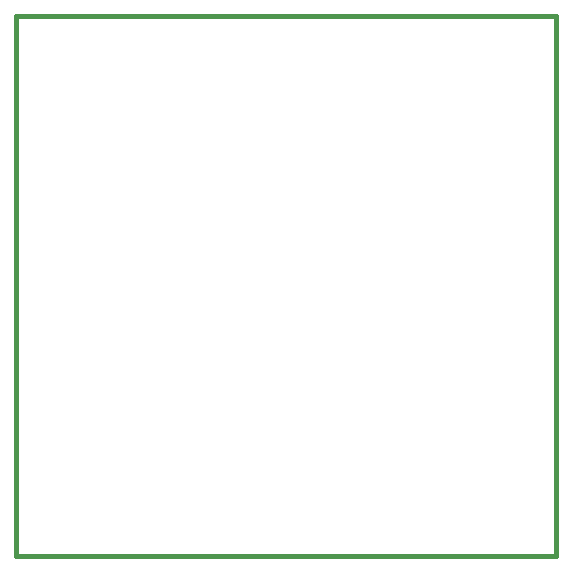
<source format=gbr>
G04 (created by PCBNEW-RS274X (2011-07-19)-testing) date Fri 10 Feb 2012 03:52:09 PM PST*
G01*
G70*
G90*
%MOIN*%
G04 Gerber Fmt 3.4, Leading zero omitted, Abs format*
%FSLAX34Y34*%
G04 APERTURE LIST*
%ADD10C,0.006000*%
%ADD11C,0.015000*%
G04 APERTURE END LIST*
G54D10*
G54D11*
X45000Y-48000D02*
X45000Y-30000D01*
X63000Y-48000D02*
X45000Y-48000D01*
X63000Y-47800D02*
X63000Y-48000D01*
X63000Y-30000D02*
X63000Y-47800D01*
X62900Y-30000D02*
X63000Y-30000D01*
X45000Y-30000D02*
X62900Y-30000D01*
M02*

</source>
